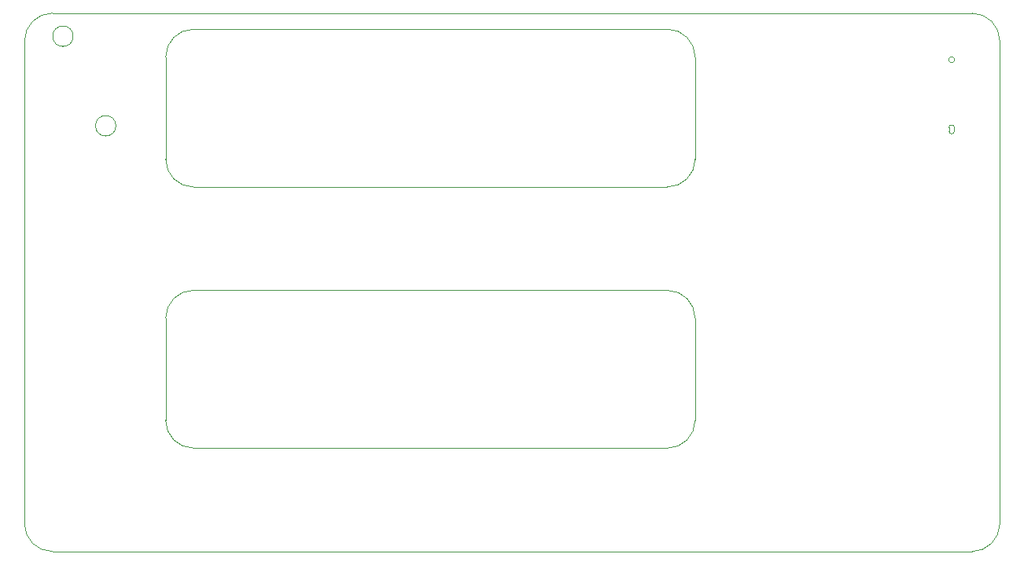
<source format=gbr>
%TF.GenerationSoftware,Altium Limited,Altium Designer,24.0.1 (36)*%
G04 Layer_Color=16711935*
%FSLAX45Y45*%
%MOMM*%
%TF.SameCoordinates,B6A243B4-E260-46CF-AFF0-E69CB888832F*%
%TF.FilePolarity,Positive*%
%TF.FileFunction,Other,Mechanical_1*%
%TF.Part,Single*%
G01*
G75*
%TA.AperFunction,NonConductor*%
%ADD120C,0.00254*%
%ADD121C,0.01270*%
%ADD122C,0.00508*%
D120*
X984966Y7684567D02*
G03*
X984966Y7684567I-110000J0D01*
G01*
X524972Y8649538D02*
G03*
X524972Y8649538I-110000J0D01*
G01*
D121*
X6920635Y4211200D02*
G03*
X7220635Y4511200I61J299939D01*
G01*
Y5612300D02*
G03*
X6920635Y5912300I-299939J61D01*
G01*
X1820635D02*
G03*
X1520635Y5612300I109J-300109D01*
G01*
Y4511200D02*
G03*
X1820635Y4211200I300109J109D01*
G01*
X1520635Y7324700D02*
G03*
X1820635Y7024700I300109J109D01*
G01*
Y8725800D02*
G03*
X1520635Y8425800I109J-300109D01*
G01*
X7220635Y8425800D02*
G03*
X6920635Y8725800I-299939J61D01*
G01*
Y7024700D02*
G03*
X7220635Y7324700I61J299939D01*
G01*
X10200635Y3098020D02*
G03*
X10500635Y3398020I61J299939D01*
G01*
X300635Y8898000D02*
G03*
X635Y8598000I-61J-299939D01*
G01*
X10500635Y8598000D02*
G03*
X10200635Y8898000I-299768J232D01*
G01*
X635Y3397999D02*
G03*
X300635Y3097999I300109J109D01*
G01*
X1820635Y4211200D02*
X6920635D01*
X1820635Y5912300D02*
X6920635D01*
X7220635Y4511200D02*
Y5612300D01*
X1520635Y4511200D02*
Y5612300D01*
Y7324700D02*
Y8425800D01*
X7220635Y7324700D02*
Y8425800D01*
X1820635Y8725800D02*
X6920635D01*
X1820635Y7024700D02*
X6920635D01*
X10500635Y8598000D02*
X10500635Y3398020D01*
X300635Y3097999D02*
X10200635Y3098000D01*
X300635Y8897999D02*
X10200635Y8898000D01*
X634Y8598000D02*
X635Y3397999D01*
D122*
X9953201Y7624498D02*
G03*
X9982205Y7596903I29004J1444D01*
G01*
X9982210Y7694511D02*
G03*
X9953211Y7665720I0J-29000D01*
G01*
X10011209D02*
G03*
X9982210Y7694511I-28999J-209D01*
G01*
X9982205Y7596903D02*
G03*
X10011199Y7624321I-0J29040D01*
G01*
X10015212Y8396326D02*
G03*
X10015212Y8396326I-33000J0D01*
G01*
X9953201Y7624498D02*
X9953211Y7665720D01*
X10011199Y7624321D02*
X10011209Y7665720D01*
%TF.MD5,adcea749cb6dd43717cbf43050ec17fc*%
M02*

</source>
